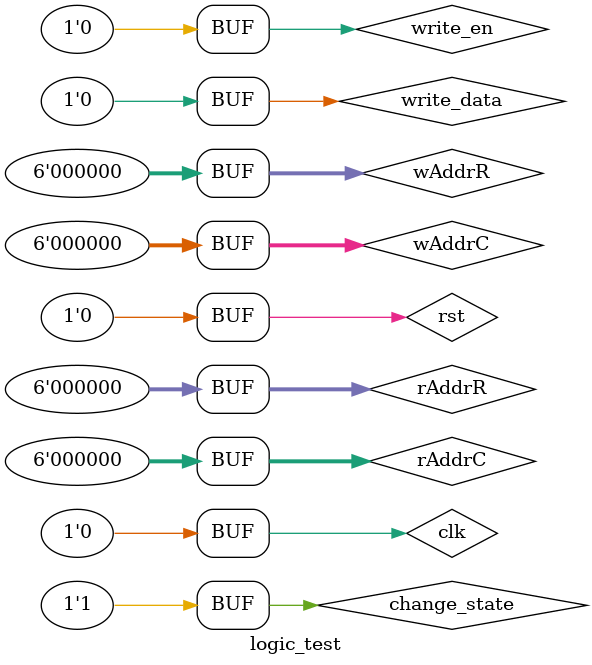
<source format=v>
`timescale 1ns / 1ps


module logic_test;

	// Inputs
	reg clk;
	reg rst;
	reg write_en;
	reg change_state;
	reg [5:0] rAddrR;
	reg [5:0] rAddrC;
	reg [5:0] wAddrR;
	reg [5:0] wAddrC;
	reg write_data;

	// Outputs
	wire read_data;

	// Instantiate the Unit Under Test (UUT)
	envolve_logic uut (
		.clk(clk), 
		.rst(rst), 
		.write_en(write_en), 
		.change_state(change_state), 
		.rAddrR(rAddrR), 
		.rAddrC(rAddrC), 
		.wAddrR(wAddrR), 
		.wAddrC(wAddrC), 
		.write_data(write_data), 
		.read_data(read_data)
	);

	initial begin
		// Initialize Inputs
		clk = 0;
		rst = 0;
		write_en = 0;
		change_state = 0;
		rAddrR = 0;
		rAddrC = 0;
		wAddrR = 0;
		wAddrC = 0;
		write_data = 0;

		// Wait 100 ns for global reset to finish
		#100;
        
		// Add stimulus here

	end
	always begin
		clk = 1;#10;
		clk = 0;#10;
	end
	always begin
		change_state = 1;#100;
		change_state = 1;#100;
	end
      
endmodule


</source>
